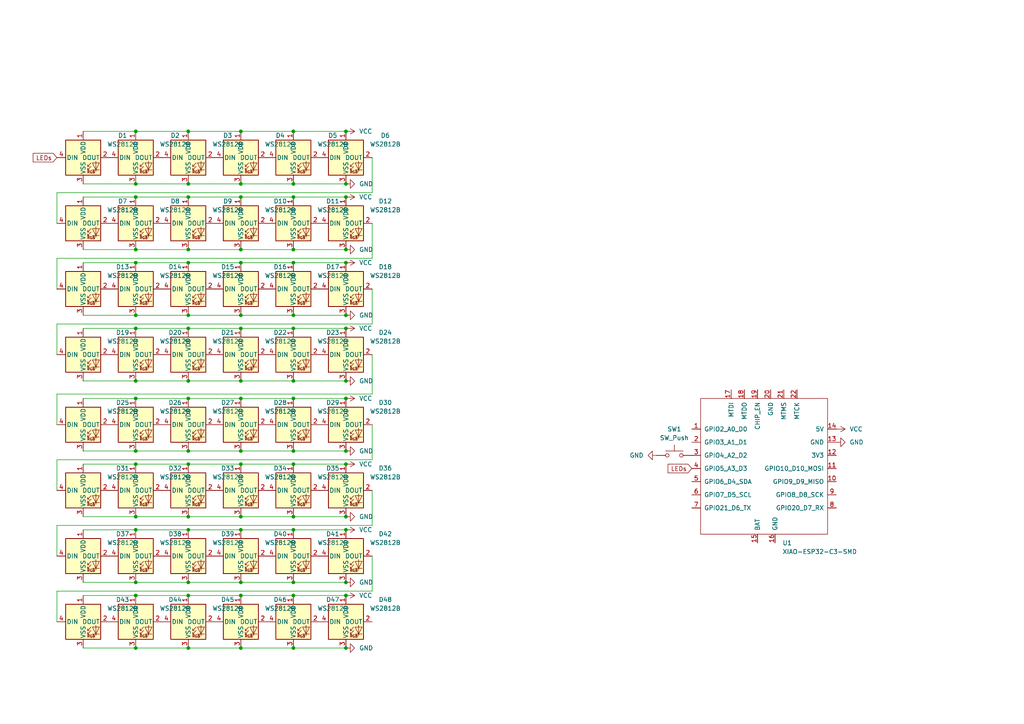
<source format=kicad_sch>
(kicad_sch (version 20241004) (generator "eeschema") (generator_version "8.99")
  (paper "A4")
  (lib_symbols
    (symbol "LED:WS2812B" (pin_names (offset 0.254))
      (property "Reference" "D" (at 5.08 5.715 0))
      (property "Value" "WS2812B" (at 1.27 -5.715 0))
      (symbol "WS2812B_0_0"
        (text "RGB" (at 2.286 -4.191 0) (effects (font (size 0.762 0.762))))
      )
      (symbol "WS2812B_0_1"
        (polyline (pts (xy 1.27 -2.54) (xy 1.778 -2.54)))
        (polyline (pts (xy 1.27 -3.556) (xy 1.778 -3.556)))
        (polyline (pts (xy 2.286 -1.524) (xy 1.27 -2.54) (xy 1.27 -2.032)))
        (polyline (pts (xy 2.286 -2.54) (xy 1.27 -3.556) (xy 1.27 -3.048)))
        (polyline (pts (xy 3.683 -1.016) (xy 3.683 -3.556) (xy 3.683 -4.064)))
        (polyline (pts (xy 4.699 -1.524) (xy 2.667 -1.524) (xy 3.683 -3.556) (xy 4.699 -1.524)))
        (polyline (pts (xy 4.699 -3.556) (xy 2.667 -3.556)))
        (rectangle (start 5.08 5.08) (end -5.08 -5.08) (stroke (width 0.254)) (fill (type background)))
      )
      (symbol "WS2812B_1_1"
        (pin input line (at -7.62 0 0) (length 2.54) (name "DIN") (number "4"))
        (pin power_in line (at 0 7.62 270) (length 2.54) (name "VDD") (number "1"))
        (pin power_in line (at 0 -7.62 90) (length 2.54) (name "VSS") (number "3"))
        (pin output line (at 7.62 0 180) (length 2.54) (name "DOUT") (number "2"))
      )
    )
    (symbol "Seeed_Studio_XIAO_Series:XIAO-ESP32-C3-SMD" (pin_names (offset 1.016))
      (property "Reference" "U" (at -18.542 23.114 0))
      (property "Value" "XIAO-ESP32-C3-SMD" (at -8.382 21.336 0))
      (symbol "XIAO-ESP32-C3-SMD_0_1"
        (rectangle (start -19.05 20.32) (end 17.78 -19.05))
      )
      (symbol "XIAO-ESP32-C3-SMD_1_1"
        (pin passive line (at -21.59 11.43 0) (length 2.54) (name "GPIO2_A0_D0") (number "1"))
        (pin passive line (at -21.59 7.62 0) (length 2.54) (name "GPIO3_A1_D1") (number "2"))
        (pin passive line (at -21.59 3.81 0) (length 2.54) (name "GPIO4_A2_D2") (number "3"))
        (pin passive line (at -21.59 0 0) (length 2.54) (name "GPIO5_A3_D3") (number "4"))
        (pin passive line (at -21.59 -3.81 0) (length 2.54) (name "GPIO6_D4_SDA") (number "5"))
        (pin passive line (at -21.59 -7.62 0) (length 2.54) (name "GPIO7_D5_SCL") (number "6"))
        (pin passive line (at -21.59 -11.43 0) (length 2.54) (name "GPIO21_D6_TX") (number "7"))
        (pin passive line (at -10.16 22.86 270) (length 2.54) (name "MTDI") (number "17"))
        (pin passive line (at -6.35 22.86 270) (length 2.54) (name "MTDO") (number "18"))
        (pin passive line (at -2.54 22.86 270) (length 2.54) (name "CHIP_EN") (number "19"))
        (pin passive line (at -2.54 -21.59 90) (length 2.54) (name "BAT") (number "15"))
        (pin passive line (at 1.27 22.86 270) (length 2.54) (name "GND") (number "20"))
        (pin passive line (at 2.54 -21.59 90) (length 2.54) (name "GND") (number "16"))
        (pin passive line (at 5.08 22.86 270) (length 2.54) (name "MTMS") (number "21"))
        (pin passive line (at 8.89 22.86 270) (length 2.54) (name "MTCK") (number "22"))
        (pin passive line (at 20.32 11.43 180) (length 2.54) (name "5V") (number "14"))
        (pin passive line (at 20.32 7.62 180) (length 2.54) (name "GND") (number "13"))
        (pin passive line (at 20.32 3.81 180) (length 2.54) (name "3V3") (number "12"))
        (pin passive line (at 20.32 0 180) (length 2.54) (name "GPIO10_D10_MOSI") (number "11"))
        (pin passive line (at 20.32 -3.81 180) (length 2.54) (name "GPIO9_D9_MISO") (number "10"))
        (pin passive line (at 20.32 -7.62 180) (length 2.54) (name "GPIO8_D8_SCK") (number "9"))
        (pin passive line (at 20.32 -11.43 180) (length 2.54) (name "GPIO20_D7_RX") (number "8"))
      )
    )
    (symbol "Switch:SW_Push" (pin_numbers (hide yes)) (pin_names (offset 1.016) (hide yes))
      (property "Reference" "SW" (at 1.27 2.54 0))
      (property "Value" "SW_Push" (at 0 -1.524 0))
      (symbol "SW_Push_0_1"
        (circle (center -2.032 0) (radius 0.508))
        (polyline (pts (xy 0 1.27) (xy 0 3.048)))
        (circle (center 2.032 0) (radius 0.508))
        (polyline (pts (xy 2.54 1.27) (xy -2.54 1.27)))
        (pin passive line (at -5.08 0 0) (length 2.54) (name "1") (number "1"))
        (pin passive line (at 5.08 0 180) (length 2.54) (name "2") (number "2"))
      )
    )
    (symbol "power:GND" (power) (pin_numbers (hide yes)) (pin_names (offset 0) (hide yes))
      (property "Value" "GND" (at 0 -3.81 0))
      (symbol "GND_0_1"
        (polyline (pts (xy 0 0) (xy 0 -1.27) (xy 1.27 -1.27) (xy 0 -2.54) (xy -1.27 -1.27) (xy 0 -1.27)))
      )
      (symbol "GND_1_1"
        (pin power_in line (at 0 0 270) (length 0) (name "~") (number "1"))
      )
    )
    (symbol "power:VCC" (power) (pin_numbers (hide yes)) (pin_names (offset 0) (hide yes))
      (property "Value" "VCC" (at 0 3.556 0))
      (symbol "VCC_0_1"
        (polyline (pts (xy -0.762 1.27) (xy 0 2.54)))
        (polyline (pts (xy 0 2.54) (xy 0.762 1.27)))
        (polyline (pts (xy 0 0) (xy 0 2.54)))
      )
      (symbol "VCC_1_1"
        (pin power_in line (at 0 0 90) (length 0) (name "~") (number "1"))
      )
    )
  )
  (junction (at 54.61 53.34))
  (junction (at 100.33 187.96))
  (junction (at 85.09 172.72))
  (junction (at 85.09 95.25))
  (junction (at 85.09 187.96))
  (junction (at 39.37 38.1))
  (junction (at 39.37 153.67))
  (junction (at 69.85 153.67))
  (junction (at 100.33 115.57))
  (junction (at 39.37 168.91))
  (junction (at 39.37 172.72))
  (junction (at 54.61 38.1))
  (junction (at 85.09 149.86))
  (junction (at 100.33 53.34))
  (junction (at 39.37 57.15))
  (junction (at 69.85 187.96))
  (junction (at 69.85 149.86))
  (junction (at 69.85 95.25))
  (junction (at 100.33 168.91))
  (junction (at 54.61 153.67))
  (junction (at 39.37 76.2))
  (junction (at 54.61 72.39))
  (junction (at 85.09 130.81))
  (junction (at 39.37 130.81))
  (junction (at 39.37 95.25))
  (junction (at 100.33 134.62))
  (junction (at 85.09 38.1))
  (junction (at 85.09 53.34))
  (junction (at 39.37 115.57))
  (junction (at 100.33 110.49))
  (junction (at 39.37 91.44))
  (junction (at 54.61 168.91))
  (junction (at 69.85 134.62))
  (junction (at 69.85 172.72))
  (junction (at 54.61 110.49))
  (junction (at 54.61 187.96))
  (junction (at 54.61 76.2))
  (junction (at 85.09 115.57))
  (junction (at 100.33 95.25))
  (junction (at 54.61 134.62))
  (junction (at 39.37 53.34))
  (junction (at 100.33 149.86))
  (junction (at 85.09 134.62))
  (junction (at 85.09 110.49))
  (junction (at 69.85 130.81))
  (junction (at 85.09 168.91))
  (junction (at 85.09 76.2))
  (junction (at 39.37 72.39))
  (junction (at 69.85 57.15))
  (junction (at 100.33 172.72))
  (junction (at 100.33 38.1))
  (junction (at 69.85 76.2))
  (junction (at 69.85 110.49))
  (junction (at 85.09 57.15))
  (junction (at 54.61 130.81))
  (junction (at 85.09 91.44))
  (junction (at 39.37 149.86))
  (junction (at 54.61 172.72))
  (junction (at 100.33 130.81))
  (junction (at 69.85 72.39))
  (junction (at 54.61 115.57))
  (junction (at 100.33 57.15))
  (junction (at 39.37 134.62))
  (junction (at 69.85 91.44))
  (junction (at 100.33 91.44))
  (junction (at 39.37 187.96))
  (junction (at 69.85 115.57))
  (junction (at 39.37 110.49))
  (junction (at 85.09 72.39))
  (junction (at 69.85 38.1))
  (junction (at 54.61 95.25))
  (junction (at 100.33 76.2))
  (junction (at 100.33 153.67))
  (junction (at 100.33 72.39))
  (junction (at 54.61 57.15))
  (junction (at 54.61 149.86))
  (junction (at 85.09 153.67))
  (junction (at 54.61 91.44))
  (junction (at 69.85 53.34))
  (junction (at 69.85 168.91))
  (wire (pts (xy 39.37 53.34) (xy 54.61 53.34)))
  (wire (pts (xy 24.13 168.91) (xy 39.37 168.91)))
  (wire (pts (xy 107.95 83.82) (xy 107.95 93.98)))
  (wire (pts (xy 107.95 152.4) (xy 16.51 152.4)))
  (wire (pts (xy 24.13 153.67) (xy 39.37 153.67)))
  (wire (pts (xy 54.61 76.2) (xy 69.85 76.2)))
  (wire (pts (xy 107.95 114.3) (xy 16.51 114.3)))
  (wire (pts (xy 39.37 168.91) (xy 54.61 168.91)))
  (wire (pts (xy 107.95 74.93) (xy 16.51 74.93)))
  (wire (pts (xy 39.37 76.2) (xy 54.61 76.2)))
  (wire (pts (xy 107.95 45.72) (xy 107.95 55.88)))
  (wire (pts (xy 24.13 76.2) (xy 39.37 76.2)))
  (wire (pts (xy 54.61 57.15) (xy 69.85 57.15)))
  (wire (pts (xy 69.85 134.62) (xy 85.09 134.62)))
  (wire (pts (xy 24.13 91.44) (xy 39.37 91.44)))
  (wire (pts (xy 85.09 95.25) (xy 100.33 95.25)))
  (wire (pts (xy 69.85 57.15) (xy 85.09 57.15)))
  (wire (pts (xy 39.37 38.1) (xy 54.61 38.1)))
  (wire (pts (xy 69.85 95.25) (xy 85.09 95.25)))
  (wire (pts (xy 107.95 133.35) (xy 16.51 133.35)))
  (wire (pts (xy 69.85 172.72) (xy 85.09 172.72)))
  (wire (pts (xy 54.61 38.1) (xy 69.85 38.1)))
  (wire (pts (xy 16.51 152.4) (xy 16.51 161.29)))
  (wire (pts (xy 85.09 76.2) (xy 100.33 76.2)))
  (wire (pts (xy 85.09 72.39) (xy 100.33 72.39)))
  (wire (pts (xy 85.09 115.57) (xy 100.33 115.57)))
  (wire (pts (xy 85.09 168.91) (xy 100.33 168.91)))
  (wire (pts (xy 69.85 72.39) (xy 85.09 72.39)))
  (wire (pts (xy 24.13 95.25) (xy 39.37 95.25)))
  (wire (pts (xy 39.37 172.72) (xy 54.61 172.72)))
  (wire (pts (xy 24.13 130.81) (xy 39.37 130.81)))
  (wire (pts (xy 54.61 149.86) (xy 69.85 149.86)))
  (wire (pts (xy 39.37 115.57) (xy 54.61 115.57)))
  (wire (pts (xy 107.95 171.45) (xy 16.51 171.45)))
  (wire (pts (xy 85.09 149.86) (xy 100.33 149.86)))
  (wire (pts (xy 39.37 72.39) (xy 54.61 72.39)))
  (wire (pts (xy 24.13 149.86) (xy 39.37 149.86)))
  (wire (pts (xy 24.13 134.62) (xy 39.37 134.62)))
  (wire (pts (xy 39.37 134.62) (xy 54.61 134.62)))
  (wire (pts (xy 39.37 187.96) (xy 54.61 187.96)))
  (wire (pts (xy 54.61 53.34) (xy 69.85 53.34)))
  (wire (pts (xy 85.09 91.44) (xy 100.33 91.44)))
  (wire (pts (xy 39.37 57.15) (xy 54.61 57.15)))
  (wire (pts (xy 69.85 168.91) (xy 85.09 168.91)))
  (wire (pts (xy 16.51 133.35) (xy 16.51 142.24)))
  (wire (pts (xy 54.61 187.96) (xy 69.85 187.96)))
  (wire (pts (xy 54.61 95.25) (xy 69.85 95.25)))
  (wire (pts (xy 54.61 134.62) (xy 69.85 134.62)))
  (wire (pts (xy 69.85 110.49) (xy 85.09 110.49)))
  (wire (pts (xy 54.61 72.39) (xy 69.85 72.39)))
  (wire (pts (xy 85.09 57.15) (xy 100.33 57.15)))
  (wire (pts (xy 85.09 110.49) (xy 100.33 110.49)))
  (wire (pts (xy 54.61 130.81) (xy 69.85 130.81)))
  (wire (pts (xy 69.85 53.34) (xy 85.09 53.34)))
  (wire (pts (xy 69.85 149.86) (xy 85.09 149.86)))
  (wire (pts (xy 69.85 153.67) (xy 85.09 153.67)))
  (wire (pts (xy 54.61 153.67) (xy 69.85 153.67)))
  (wire (pts (xy 85.09 134.62) (xy 100.33 134.62)))
  (wire (pts (xy 39.37 91.44) (xy 54.61 91.44)))
  (wire (pts (xy 85.09 172.72) (xy 100.33 172.72)))
  (wire (pts (xy 85.09 53.34) (xy 100.33 53.34)))
  (wire (pts (xy 24.13 53.34) (xy 39.37 53.34)))
  (wire (pts (xy 69.85 76.2) (xy 85.09 76.2)))
  (wire (pts (xy 85.09 130.81) (xy 100.33 130.81)))
  (wire (pts (xy 107.95 93.98) (xy 16.51 93.98)))
  (wire (pts (xy 107.95 64.77) (xy 107.95 74.93)))
  (wire (pts (xy 54.61 168.91) (xy 69.85 168.91)))
  (wire (pts (xy 24.13 72.39) (xy 39.37 72.39)))
  (wire (pts (xy 39.37 149.86) (xy 54.61 149.86)))
  (wire (pts (xy 107.95 161.29) (xy 107.95 171.45)))
  (wire (pts (xy 39.37 95.25) (xy 54.61 95.25)))
  (wire (pts (xy 39.37 110.49) (xy 54.61 110.49)))
  (wire (pts (xy 107.95 123.19) (xy 107.95 133.35)))
  (wire (pts (xy 85.09 187.96) (xy 100.33 187.96)))
  (wire (pts (xy 69.85 38.1) (xy 85.09 38.1)))
  (wire (pts (xy 24.13 57.15) (xy 39.37 57.15)))
  (wire (pts (xy 16.51 171.45) (xy 16.51 180.34)))
  (wire (pts (xy 24.13 38.1) (xy 39.37 38.1)))
  (wire (pts (xy 69.85 130.81) (xy 85.09 130.81)))
  (wire (pts (xy 69.85 187.96) (xy 85.09 187.96)))
  (wire (pts (xy 107.95 142.24) (xy 107.95 152.4)))
  (wire (pts (xy 16.51 74.93) (xy 16.51 83.82)))
  (wire (pts (xy 54.61 115.57) (xy 69.85 115.57)))
  (wire (pts (xy 16.51 93.98) (xy 16.51 102.87)))
  (wire (pts (xy 69.85 115.57) (xy 85.09 115.57)))
  (wire (pts (xy 24.13 187.96) (xy 39.37 187.96)))
  (wire (pts (xy 69.85 91.44) (xy 85.09 91.44)))
  (wire (pts (xy 54.61 172.72) (xy 69.85 172.72)))
  (wire (pts (xy 85.09 38.1) (xy 100.33 38.1)))
  (wire (pts (xy 107.95 55.88) (xy 16.51 55.88)))
  (wire (pts (xy 24.13 110.49) (xy 39.37 110.49)))
  (wire (pts (xy 107.95 102.87) (xy 107.95 114.3)))
  (wire (pts (xy 85.09 153.67) (xy 100.33 153.67)))
  (wire (pts (xy 24.13 172.72) (xy 39.37 172.72)))
  (wire (pts (xy 54.61 110.49) (xy 69.85 110.49)))
  (wire (pts (xy 39.37 130.81) (xy 54.61 130.81)))
  (wire (pts (xy 24.13 115.57) (xy 39.37 115.57)))
  (wire (pts (xy 16.51 114.3) (xy 16.51 123.19)))
  (wire (pts (xy 54.61 91.44) (xy 69.85 91.44)))
  (wire (pts (xy 39.37 153.67) (xy 54.61 153.67)))
  (wire (pts (xy 16.51 55.88) (xy 16.51 64.77)))
  (global_label "LEDs" (shape input) (at 200.66 135.89 180) (property "Intersheetrefs" "${INTERSHEET_REFS}" (effects (hide yes))))
  (global_label "LEDs" (shape input) (at 16.51 45.72 180) (property "Intersheetrefs" "${INTERSHEET_REFS}" (effects (hide yes))))
  (symbol (lib_id "power:VCC") (at 100.33 38.1 270) (unit 1)
    (property "Reference" "#PWR02" (effects (hide yes)))
    (property "Value" "VCC" (at 104.14 38.0999 90) (effects (justify left)))
    (property "Description" "Power symbol creates a global label with name \"VCC\"" (effects (hide yes)))
  )
  (symbol (lib_id "LED:WS2812B") (at 54.61 123.19 0) (unit 1)
    (property "Reference" "D27" (at 66.04 116.7698 0))
    (property "Value" "WS2812B" (at 66.04 119.3098 0))
    (property "Footprint" "LED_SMD:LED_WS2812B_PLCC4_5.0x5.0mm_P3.2mm" (effects (hide yes)))
    (property "Datasheet" "https://cdn-shop.adafruit.com/datasheets/WS2812B.pdf" (effects (hide yes)))
    (property "Description" "RGB LED with integrated controller" (effects (hide yes)))
  )
  (symbol (lib_id "LED:WS2812B") (at 85.09 142.24 0) (unit 1)
    (property "Reference" "D35" (at 96.52 135.8198 0))
    (property "Value" "WS2812B" (at 96.52 138.3598 0))
    (property "Footprint" "LED_SMD:LED_WS2812B_PLCC4_5.0x5.0mm_P3.2mm" (effects (hide yes)))
    (property "Datasheet" "https://cdn-shop.adafruit.com/datasheets/WS2812B.pdf" (effects (hide yes)))
    (property "Description" "RGB LED with integrated controller" (effects (hide yes)))
  )
  (symbol (lib_id "power:GND") (at 100.33 110.49 90) (unit 1)
    (property "Reference" "#PWR010" (effects (hide yes)))
    (property "Value" "GND" (at 104.14 110.4899 90) (effects (justify right)))
    (property "Description" "Power symbol creates a global label with name \"GND\" , ground" (effects (hide yes)))
  )
  (symbol (lib_id "power:VCC") (at 100.33 95.25 270) (unit 1)
    (property "Reference" "#PWR09" (effects (hide yes)))
    (property "Value" "VCC" (at 104.14 95.2499 90) (effects (justify left)))
    (property "Description" "Power symbol creates a global label with name \"VCC\"" (effects (hide yes)))
  )
  (symbol (lib_id "LED:WS2812B") (at 24.13 142.24 0) (unit 1)
    (property "Reference" "D31" (at 35.56 135.8198 0))
    (property "Value" "WS2812B" (at 35.56 138.3598 0))
    (property "Footprint" "LED_SMD:LED_WS2812B_PLCC4_5.0x5.0mm_P3.2mm" (effects (hide yes)))
    (property "Datasheet" "https://cdn-shop.adafruit.com/datasheets/WS2812B.pdf" (effects (hide yes)))
    (property "Description" "RGB LED with integrated controller" (effects (hide yes)))
  )
  (symbol (lib_id "LED:WS2812B") (at 85.09 83.82 0) (unit 1)
    (property "Reference" "D17" (at 96.52 77.3998 0))
    (property "Value" "WS2812B" (at 96.52 79.9398 0))
    (property "Footprint" "LED_SMD:LED_WS2812B_PLCC4_5.0x5.0mm_P3.2mm" (effects (hide yes)))
    (property "Datasheet" "https://cdn-shop.adafruit.com/datasheets/WS2812B.pdf" (effects (hide yes)))
    (property "Description" "RGB LED with integrated controller" (effects (hide yes)))
  )
  (symbol (lib_id "power:VCC") (at 100.33 76.2 270) (unit 1)
    (property "Reference" "#PWR07" (effects (hide yes)))
    (property "Value" "VCC" (at 104.14 76.1999 90) (effects (justify left)))
    (property "Description" "Power symbol creates a global label with name \"VCC\"" (effects (hide yes)))
  )
  (symbol (lib_id "LED:WS2812B") (at 100.33 102.87 0) (unit 1)
    (property "Reference" "D24" (at 111.76 96.4498 0))
    (property "Value" "WS2812B" (at 111.76 98.9898 0))
    (property "Footprint" "LED_SMD:LED_WS2812B_PLCC4_5.0x5.0mm_P3.2mm" (effects (hide yes)))
    (property "Datasheet" "https://cdn-shop.adafruit.com/datasheets/WS2812B.pdf" (effects (hide yes)))
    (property "Description" "RGB LED with integrated controller" (effects (hide yes)))
  )
  (symbol (lib_id "LED:WS2812B") (at 39.37 180.34 0) (unit 1)
    (property "Reference" "D44" (at 50.8 173.9198 0))
    (property "Value" "WS2812B" (at 50.8 176.4598 0))
    (property "Footprint" "LED_SMD:LED_WS2812B_PLCC4_5.0x5.0mm_P3.2mm" (effects (hide yes)))
    (property "Datasheet" "https://cdn-shop.adafruit.com/datasheets/WS2812B.pdf" (effects (hide yes)))
    (property "Description" "RGB LED with integrated controller" (effects (hide yes)))
  )
  (symbol (lib_id "LED:WS2812B") (at 24.13 102.87 0) (unit 1)
    (property "Reference" "D19" (at 35.56 96.4498 0))
    (property "Value" "WS2812B" (at 35.56 98.9898 0))
    (property "Footprint" "LED_SMD:LED_WS2812B_PLCC4_5.0x5.0mm_P3.2mm" (effects (hide yes)))
    (property "Datasheet" "https://cdn-shop.adafruit.com/datasheets/WS2812B.pdf" (effects (hide yes)))
    (property "Description" "RGB LED with integrated controller" (effects (hide yes)))
  )
  (symbol (lib_id "LED:WS2812B") (at 39.37 83.82 0) (unit 1)
    (property "Reference" "D14" (at 50.8 77.3998 0))
    (property "Value" "WS2812B" (at 50.8 79.9398 0))
    (property "Footprint" "LED_SMD:LED_WS2812B_PLCC4_5.0x5.0mm_P3.2mm" (effects (hide yes)))
    (property "Datasheet" "https://cdn-shop.adafruit.com/datasheets/WS2812B.pdf" (effects (hide yes)))
    (property "Description" "RGB LED with integrated controller" (effects (hide yes)))
  )
  (symbol (lib_id "LED:WS2812B") (at 100.33 64.77 0) (unit 1)
    (property "Reference" "D12" (at 111.76 58.3498 0))
    (property "Value" "WS2812B" (at 111.76 60.8898 0))
    (property "Footprint" "LED_SMD:LED_WS2812B_PLCC4_5.0x5.0mm_P3.2mm" (effects (hide yes)))
    (property "Datasheet" "https://cdn-shop.adafruit.com/datasheets/WS2812B.pdf" (effects (hide yes)))
    (property "Description" "RGB LED with integrated controller" (effects (hide yes)))
  )
  (symbol (lib_id "power:GND") (at 100.33 53.34 90) (unit 1)
    (property "Reference" "#PWR01" (effects (hide yes)))
    (property "Value" "GND" (at 104.14 53.3399 90) (effects (justify right)))
    (property "Description" "Power symbol creates a global label with name \"GND\" , ground" (effects (hide yes)))
  )
  (symbol (lib_id "LED:WS2812B") (at 24.13 123.19 0) (unit 1)
    (property "Reference" "D25" (at 35.56 116.7698 0))
    (property "Value" "WS2812B" (at 35.56 119.3098 0))
    (property "Footprint" "LED_SMD:LED_WS2812B_PLCC4_5.0x5.0mm_P3.2mm" (effects (hide yes)))
    (property "Datasheet" "https://cdn-shop.adafruit.com/datasheets/WS2812B.pdf" (effects (hide yes)))
    (property "Description" "RGB LED with integrated controller" (effects (hide yes)))
  )
  (symbol (lib_id "Seeed_Studio_XIAO_Series:XIAO-ESP32-C3-SMD") (at 222.25 135.89 0) (unit 1)
    (property "Reference" "U1" (at 226.9333 157.48 0) (effects (justify left)))
    (property "Value" "XIAO-ESP32-C3-SMD" (at 226.9333 160.02 0) (effects (justify left)))
    (property "Footprint" "USBC:XIAO-ESP32S3-SMD" (effects (hide yes)))
  )
  (symbol (lib_id "Switch:SW_Push") (at 195.58 132.08 0) (unit 1)
    (property "Reference" "SW1" (at 195.58 124.46 0))
    (property "Value" "SW_Push" (at 195.58 127 0))
    (property "Footprint" "Button_Switch_THT:SW_PUSH_6mm" (effects (hide yes)))
    (property "Description" "Push button switch, generic, two pins" (effects (hide yes)))
  )
  (symbol (lib_id "LED:WS2812B") (at 39.37 161.29 0) (unit 1)
    (property "Reference" "D38" (at 50.8 154.8698 0))
    (property "Value" "WS2812B" (at 50.8 157.4098 0))
    (property "Footprint" "LED_SMD:LED_WS2812B_PLCC4_5.0x5.0mm_P3.2mm" (effects (hide yes)))
    (property "Datasheet" "https://cdn-shop.adafruit.com/datasheets/WS2812B.pdf" (effects (hide yes)))
    (property "Description" "RGB LED with integrated controller" (effects (hide yes)))
  )
  (symbol (lib_id "LED:WS2812B") (at 39.37 123.19 0) (unit 1)
    (property "Reference" "D26" (at 50.8 116.7698 0))
    (property "Value" "WS2812B" (at 50.8 119.3098 0))
    (property "Footprint" "LED_SMD:LED_WS2812B_PLCC4_5.0x5.0mm_P3.2mm" (effects (hide yes)))
    (property "Datasheet" "https://cdn-shop.adafruit.com/datasheets/WS2812B.pdf" (effects (hide yes)))
    (property "Description" "RGB LED with integrated controller" (effects (hide yes)))
  )
  (symbol (lib_id "LED:WS2812B") (at 100.33 45.72 0) (unit 1)
    (property "Reference" "D6" (at 111.76 39.2998 0))
    (property "Value" "WS2812B" (at 111.76 41.8398 0))
    (property "Footprint" "LED_SMD:LED_WS2812B_PLCC4_5.0x5.0mm_P3.2mm" (effects (hide yes)))
    (property "Datasheet" "https://cdn-shop.adafruit.com/datasheets/WS2812B.pdf" (effects (hide yes)))
    (property "Description" "RGB LED with integrated controller" (effects (hide yes)))
  )
  (symbol (lib_id "LED:WS2812B") (at 54.61 102.87 0) (unit 1)
    (property "Reference" "D21" (at 66.04 96.4498 0))
    (property "Value" "WS2812B" (at 66.04 98.9898 0))
    (property "Footprint" "LED_SMD:LED_WS2812B_PLCC4_5.0x5.0mm_P3.2mm" (effects (hide yes)))
    (property "Datasheet" "https://cdn-shop.adafruit.com/datasheets/WS2812B.pdf" (effects (hide yes)))
    (property "Description" "RGB LED with integrated controller" (effects (hide yes)))
  )
  (symbol (lib_id "power:GND") (at 100.33 149.86 90) (unit 1)
    (property "Reference" "#PWR014" (effects (hide yes)))
    (property "Value" "GND" (at 104.14 149.8599 90) (effects (justify right)))
    (property "Description" "Power symbol creates a global label with name \"GND\" , ground" (effects (hide yes)))
  )
  (symbol (lib_id "LED:WS2812B") (at 24.13 45.72 0) (unit 1)
    (property "Reference" "D1" (at 35.56 39.2998 0))
    (property "Value" "WS2812B" (at 35.56 41.8398 0))
    (property "Footprint" "LED_SMD:LED_WS2812B_PLCC4_5.0x5.0mm_P3.2mm" (effects (hide yes)))
    (property "Datasheet" "https://cdn-shop.adafruit.com/datasheets/WS2812B.pdf" (effects (hide yes)))
    (property "Description" "RGB LED with integrated controller" (effects (hide yes)))
  )
  (symbol (lib_id "LED:WS2812B") (at 69.85 83.82 0) (unit 1)
    (property "Reference" "D16" (at 81.28 77.3998 0))
    (property "Value" "WS2812B" (at 81.28 79.9398 0))
    (property "Footprint" "LED_SMD:LED_WS2812B_PLCC4_5.0x5.0mm_P3.2mm" (effects (hide yes)))
    (property "Datasheet" "https://cdn-shop.adafruit.com/datasheets/WS2812B.pdf" (effects (hide yes)))
    (property "Description" "RGB LED with integrated controller" (effects (hide yes)))
  )
  (symbol (lib_id "power:GND") (at 100.33 72.39 90) (unit 1)
    (property "Reference" "#PWR04" (effects (hide yes)))
    (property "Value" "GND" (at 104.14 72.3899 90) (effects (justify right)))
    (property "Description" "Power symbol creates a global label with name \"GND\" , ground" (effects (hide yes)))
  )
  (symbol (lib_id "power:VCC") (at 100.33 57.15 270) (unit 1)
    (property "Reference" "#PWR03" (effects (hide yes)))
    (property "Value" "VCC" (at 104.14 57.1499 90) (effects (justify left)))
    (property "Description" "Power symbol creates a global label with name \"VCC\"" (effects (hide yes)))
  )
  (symbol (lib_id "power:GND") (at 100.33 91.44 90) (unit 1)
    (property "Reference" "#PWR08" (effects (hide yes)))
    (property "Value" "GND" (at 104.14 91.4399 90) (effects (justify right)))
    (property "Description" "Power symbol creates a global label with name \"GND\" , ground" (effects (hide yes)))
  )
  (symbol (lib_id "LED:WS2812B") (at 54.61 180.34 0) (unit 1)
    (property "Reference" "D45" (at 66.04 173.9198 0))
    (property "Value" "WS2812B" (at 66.04 176.4598 0))
    (property "Footprint" "LED_SMD:LED_WS2812B_PLCC4_5.0x5.0mm_P3.2mm" (effects (hide yes)))
    (property "Datasheet" "https://cdn-shop.adafruit.com/datasheets/WS2812B.pdf" (effects (hide yes)))
    (property "Description" "RGB LED with integrated controller" (effects (hide yes)))
  )
  (symbol (lib_id "LED:WS2812B") (at 24.13 64.77 0) (unit 1)
    (property "Reference" "D7" (at 35.56 58.3498 0))
    (property "Value" "WS2812B" (at 35.56 60.8898 0))
    (property "Footprint" "LED_SMD:LED_WS2812B_PLCC4_5.0x5.0mm_P3.2mm" (effects (hide yes)))
    (property "Datasheet" "https://cdn-shop.adafruit.com/datasheets/WS2812B.pdf" (effects (hide yes)))
    (property "Description" "RGB LED with integrated controller" (effects (hide yes)))
  )
  (symbol (lib_id "power:VCC") (at 100.33 115.57 270) (unit 1)
    (property "Reference" "#PWR011" (effects (hide yes)))
    (property "Value" "VCC" (at 104.14 115.5699 90) (effects (justify left)))
    (property "Description" "Power symbol creates a global label with name \"VCC\"" (effects (hide yes)))
  )
  (symbol (lib_id "LED:WS2812B") (at 85.09 102.87 0) (unit 1)
    (property "Reference" "D23" (at 96.52 96.4498 0))
    (property "Value" "WS2812B" (at 96.52 98.9898 0))
    (property "Footprint" "LED_SMD:LED_WS2812B_PLCC4_5.0x5.0mm_P3.2mm" (effects (hide yes)))
    (property "Datasheet" "https://cdn-shop.adafruit.com/datasheets/WS2812B.pdf" (effects (hide yes)))
    (property "Description" "RGB LED with integrated controller" (effects (hide yes)))
  )
  (symbol (lib_id "LED:WS2812B") (at 24.13 161.29 0) (unit 1)
    (property "Reference" "D37" (at 35.56 154.8698 0))
    (property "Value" "WS2812B" (at 35.56 157.4098 0))
    (property "Footprint" "LED_SMD:LED_WS2812B_PLCC4_5.0x5.0mm_P3.2mm" (effects (hide yes)))
    (property "Datasheet" "https://cdn-shop.adafruit.com/datasheets/WS2812B.pdf" (effects (hide yes)))
    (property "Description" "RGB LED with integrated controller" (effects (hide yes)))
  )
  (symbol (lib_id "LED:WS2812B") (at 69.85 161.29 0) (unit 1)
    (property "Reference" "D40" (at 81.28 154.8698 0))
    (property "Value" "WS2812B" (at 81.28 157.4098 0))
    (property "Footprint" "LED_SMD:LED_WS2812B_PLCC4_5.0x5.0mm_P3.2mm" (effects (hide yes)))
    (property "Datasheet" "https://cdn-shop.adafruit.com/datasheets/WS2812B.pdf" (effects (hide yes)))
    (property "Description" "RGB LED with integrated controller" (effects (hide yes)))
  )
  (symbol (lib_id "power:GND") (at 100.33 130.81 90) (unit 1)
    (property "Reference" "#PWR012" (effects (hide yes)))
    (property "Value" "GND" (at 104.14 130.8099 90) (effects (justify right)))
    (property "Description" "Power symbol creates a global label with name \"GND\" , ground" (effects (hide yes)))
  )
  (symbol (lib_id "LED:WS2812B") (at 85.09 64.77 0) (unit 1)
    (property "Reference" "D11" (at 96.52 58.3498 0))
    (property "Value" "WS2812B" (at 96.52 60.8898 0))
    (property "Footprint" "LED_SMD:LED_WS2812B_PLCC4_5.0x5.0mm_P3.2mm" (effects (hide yes)))
    (property "Datasheet" "https://cdn-shop.adafruit.com/datasheets/WS2812B.pdf" (effects (hide yes)))
    (property "Description" "RGB LED with integrated controller" (effects (hide yes)))
  )
  (symbol (lib_id "LED:WS2812B") (at 39.37 102.87 0) (unit 1)
    (property "Reference" "D20" (at 50.8 96.4498 0))
    (property "Value" "WS2812B" (at 50.8 98.9898 0))
    (property "Footprint" "LED_SMD:LED_WS2812B_PLCC4_5.0x5.0mm_P3.2mm" (effects (hide yes)))
    (property "Datasheet" "https://cdn-shop.adafruit.com/datasheets/WS2812B.pdf" (effects (hide yes)))
    (property "Description" "RGB LED with integrated controller" (effects (hide yes)))
  )
  (symbol (lib_id "power:VCC") (at 100.33 172.72 270) (unit 1)
    (property "Reference" "#PWR017" (effects (hide yes)))
    (property "Value" "VCC" (at 104.14 172.7199 90) (effects (justify left)))
    (property "Description" "Power symbol creates a global label with name \"VCC\"" (effects (hide yes)))
  )
  (symbol (lib_id "LED:WS2812B") (at 69.85 45.72 0) (unit 1)
    (property "Reference" "D4" (at 81.28 39.2998 0))
    (property "Value" "WS2812B" (at 81.28 41.8398 0))
    (property "Footprint" "LED_SMD:LED_WS2812B_PLCC4_5.0x5.0mm_P3.2mm" (effects (hide yes)))
    (property "Datasheet" "https://cdn-shop.adafruit.com/datasheets/WS2812B.pdf" (effects (hide yes)))
    (property "Description" "RGB LED with integrated controller" (effects (hide yes)))
  )
  (symbol (lib_id "LED:WS2812B") (at 54.61 142.24 0) (unit 1)
    (property "Reference" "D33" (at 66.04 135.8198 0))
    (property "Value" "WS2812B" (at 66.04 138.3598 0))
    (property "Footprint" "LED_SMD:LED_WS2812B_PLCC4_5.0x5.0mm_P3.2mm" (effects (hide yes)))
    (property "Datasheet" "https://cdn-shop.adafruit.com/datasheets/WS2812B.pdf" (effects (hide yes)))
    (property "Description" "RGB LED with integrated controller" (effects (hide yes)))
  )
  (symbol (lib_id "LED:WS2812B") (at 39.37 64.77 0) (unit 1)
    (property "Reference" "D8" (at 50.8 58.3498 0))
    (property "Value" "WS2812B" (at 50.8 60.8898 0))
    (property "Footprint" "LED_SMD:LED_WS2812B_PLCC4_5.0x5.0mm_P3.2mm" (effects (hide yes)))
    (property "Datasheet" "https://cdn-shop.adafruit.com/datasheets/WS2812B.pdf" (effects (hide yes)))
    (property "Description" "RGB LED with integrated controller" (effects (hide yes)))
  )
  (symbol (lib_id "LED:WS2812B") (at 100.33 180.34 0) (unit 1)
    (property "Reference" "D48" (at 111.76 173.9198 0))
    (property "Value" "WS2812B" (at 111.76 176.4598 0))
    (property "Footprint" "LED_SMD:LED_WS2812B_PLCC4_5.0x5.0mm_P3.2mm" (effects (hide yes)))
    (property "Datasheet" "https://cdn-shop.adafruit.com/datasheets/WS2812B.pdf" (effects (hide yes)))
    (property "Description" "RGB LED with integrated controller" (effects (hide yes)))
  )
  (symbol (lib_id "LED:WS2812B") (at 100.33 123.19 0) (unit 1)
    (property "Reference" "D30" (at 111.76 116.7698 0))
    (property "Value" "WS2812B" (at 111.76 119.3098 0))
    (property "Footprint" "LED_SMD:LED_WS2812B_PLCC4_5.0x5.0mm_P3.2mm" (effects (hide yes)))
    (property "Datasheet" "https://cdn-shop.adafruit.com/datasheets/WS2812B.pdf" (effects (hide yes)))
    (property "Description" "RGB LED with integrated controller" (effects (hide yes)))
  )
  (symbol (lib_id "LED:WS2812B") (at 100.33 83.82 0) (unit 1)
    (property "Reference" "D18" (at 111.76 77.3998 0))
    (property "Value" "WS2812B" (at 111.76 79.9398 0))
    (property "Footprint" "LED_SMD:LED_WS2812B_PLCC4_5.0x5.0mm_P3.2mm" (effects (hide yes)))
    (property "Datasheet" "https://cdn-shop.adafruit.com/datasheets/WS2812B.pdf" (effects (hide yes)))
    (property "Description" "RGB LED with integrated controller" (effects (hide yes)))
  )
  (symbol (lib_id "LED:WS2812B") (at 54.61 83.82 0) (unit 1)
    (property "Reference" "D15" (at 66.04 77.3998 0))
    (property "Value" "WS2812B" (at 66.04 79.9398 0))
    (property "Footprint" "LED_SMD:LED_WS2812B_PLCC4_5.0x5.0mm_P3.2mm" (effects (hide yes)))
    (property "Datasheet" "https://cdn-shop.adafruit.com/datasheets/WS2812B.pdf" (effects (hide yes)))
    (property "Description" "RGB LED with integrated controller" (effects (hide yes)))
  )
  (symbol (lib_id "LED:WS2812B") (at 39.37 45.72 0) (unit 1)
    (property "Reference" "D2" (at 50.8 39.2998 0))
    (property "Value" "WS2812B" (at 50.8 41.8398 0))
    (property "Footprint" "LED_SMD:LED_WS2812B_PLCC4_5.0x5.0mm_P3.2mm" (effects (hide yes)))
    (property "Datasheet" "https://cdn-shop.adafruit.com/datasheets/WS2812B.pdf" (effects (hide yes)))
    (property "Description" "RGB LED with integrated controller" (effects (hide yes)))
  )
  (symbol (lib_id "LED:WS2812B") (at 100.33 161.29 0) (unit 1)
    (property "Reference" "D42" (at 111.76 154.8698 0))
    (property "Value" "WS2812B" (at 111.76 157.4098 0))
    (property "Footprint" "LED_SMD:LED_WS2812B_PLCC4_5.0x5.0mm_P3.2mm" (effects (hide yes)))
    (property "Datasheet" "https://cdn-shop.adafruit.com/datasheets/WS2812B.pdf" (effects (hide yes)))
    (property "Description" "RGB LED with integrated controller" (effects (hide yes)))
  )
  (symbol (lib_id "LED:WS2812B") (at 24.13 83.82 0) (unit 1)
    (property "Reference" "D13" (at 35.56 77.3998 0))
    (property "Value" "WS2812B" (at 35.56 79.9398 0))
    (property "Footprint" "LED_SMD:LED_WS2812B_PLCC4_5.0x5.0mm_P3.2mm" (effects (hide yes)))
    (property "Datasheet" "https://cdn-shop.adafruit.com/datasheets/WS2812B.pdf" (effects (hide yes)))
    (property "Description" "RGB LED with integrated controller" (effects (hide yes)))
  )
  (symbol (lib_id "LED:WS2812B") (at 69.85 142.24 0) (unit 1)
    (property "Reference" "D34" (at 81.28 135.8198 0))
    (property "Value" "WS2812B" (at 81.28 138.3598 0))
    (property "Footprint" "LED_SMD:LED_WS2812B_PLCC4_5.0x5.0mm_P3.2mm" (effects (hide yes)))
    (property "Datasheet" "https://cdn-shop.adafruit.com/datasheets/WS2812B.pdf" (effects (hide yes)))
    (property "Description" "RGB LED with integrated controller" (effects (hide yes)))
  )
  (symbol (lib_id "power:GND") (at 242.57 128.27 90) (unit 1)
    (property "Reference" "#PWR06" (effects (hide yes)))
    (property "Value" "GND" (at 246.38 128.2699 90) (effects (justify right)))
    (property "Description" "Power symbol creates a global label with name \"GND\" , ground" (effects (hide yes)))
  )
  (symbol (lib_id "power:VCC") (at 100.33 153.67 270) (unit 1)
    (property "Reference" "#PWR015" (effects (hide yes)))
    (property "Value" "VCC" (at 104.14 153.6699 90) (effects (justify left)))
    (property "Description" "Power symbol creates a global label with name \"VCC\"" (effects (hide yes)))
  )
  (symbol (lib_id "LED:WS2812B") (at 54.61 45.72 0) (unit 1)
    (property "Reference" "D3" (at 66.04 39.2998 0))
    (property "Value" "WS2812B" (at 66.04 41.8398 0))
    (property "Footprint" "LED_SMD:LED_WS2812B_PLCC4_5.0x5.0mm_P3.2mm" (effects (hide yes)))
    (property "Datasheet" "https://cdn-shop.adafruit.com/datasheets/WS2812B.pdf" (effects (hide yes)))
    (property "Description" "RGB LED with integrated controller" (effects (hide yes)))
  )
  (symbol (lib_id "power:GND") (at 100.33 168.91 90) (unit 1)
    (property "Reference" "#PWR016" (effects (hide yes)))
    (property "Value" "GND" (at 104.14 168.9099 90) (effects (justify right)))
    (property "Description" "Power symbol creates a global label with name \"GND\" , ground" (effects (hide yes)))
  )
  (symbol (lib_id "LED:WS2812B") (at 69.85 64.77 0) (unit 1)
    (property "Reference" "D10" (at 81.28 58.3498 0))
    (property "Value" "WS2812B" (at 81.28 60.8898 0))
    (property "Footprint" "LED_SMD:LED_WS2812B_PLCC4_5.0x5.0mm_P3.2mm" (effects (hide yes)))
    (property "Datasheet" "https://cdn-shop.adafruit.com/datasheets/WS2812B.pdf" (effects (hide yes)))
    (property "Description" "RGB LED with integrated controller" (effects (hide yes)))
  )
  (symbol (lib_id "LED:WS2812B") (at 69.85 123.19 0) (unit 1)
    (property "Reference" "D28" (at 81.28 116.7698 0))
    (property "Value" "WS2812B" (at 81.28 119.3098 0))
    (property "Footprint" "LED_SMD:LED_WS2812B_PLCC4_5.0x5.0mm_P3.2mm" (effects (hide yes)))
    (property "Datasheet" "https://cdn-shop.adafruit.com/datasheets/WS2812B.pdf" (effects (hide yes)))
    (property "Description" "RGB LED with integrated controller" (effects (hide yes)))
  )
  (symbol (lib_id "LED:WS2812B") (at 100.33 142.24 0) (unit 1)
    (property "Reference" "D36" (at 111.76 135.8198 0))
    (property "Value" "WS2812B" (at 111.76 138.3598 0))
    (property "Footprint" "LED_SMD:LED_WS2812B_PLCC4_5.0x5.0mm_P3.2mm" (effects (hide yes)))
    (property "Datasheet" "https://cdn-shop.adafruit.com/datasheets/WS2812B.pdf" (effects (hide yes)))
    (property "Description" "RGB LED with integrated controller" (effects (hide yes)))
  )
  (symbol (lib_id "power:VCC") (at 242.57 124.46 270) (unit 1)
    (property "Reference" "#PWR05" (effects (hide yes)))
    (property "Value" "VCC" (at 246.38 124.4599 90) (effects (justify left)))
    (property "Description" "Power symbol creates a global label with name \"VCC\"" (effects (hide yes)))
  )
  (symbol (lib_id "LED:WS2812B") (at 85.09 180.34 0) (unit 1)
    (property "Reference" "D47" (at 96.52 173.9198 0))
    (property "Value" "WS2812B" (at 96.52 176.4598 0))
    (property "Footprint" "LED_SMD:LED_WS2812B_PLCC4_5.0x5.0mm_P3.2mm" (effects (hide yes)))
    (property "Datasheet" "https://cdn-shop.adafruit.com/datasheets/WS2812B.pdf" (effects (hide yes)))
    (property "Description" "RGB LED with integrated controller" (effects (hide yes)))
  )
  (symbol (lib_id "LED:WS2812B") (at 85.09 123.19 0) (unit 1)
    (property "Reference" "D29" (at 96.52 116.7698 0))
    (property "Value" "WS2812B" (at 96.52 119.3098 0))
    (property "Footprint" "LED_SMD:LED_WS2812B_PLCC4_5.0x5.0mm_P3.2mm" (effects (hide yes)))
    (property "Datasheet" "https://cdn-shop.adafruit.com/datasheets/WS2812B.pdf" (effects (hide yes)))
    (property "Description" "RGB LED with integrated controller" (effects (hide yes)))
  )
  (symbol (lib_id "LED:WS2812B") (at 39.37 142.24 0) (unit 1)
    (property "Reference" "D32" (at 50.8 135.8198 0))
    (property "Value" "WS2812B" (at 50.8 138.3598 0))
    (property "Footprint" "LED_SMD:LED_WS2812B_PLCC4_5.0x5.0mm_P3.2mm" (effects (hide yes)))
    (property "Datasheet" "https://cdn-shop.adafruit.com/datasheets/WS2812B.pdf" (effects (hide yes)))
    (property "Description" "RGB LED with integrated controller" (effects (hide yes)))
  )
  (symbol (lib_id "LED:WS2812B") (at 69.85 102.87 0) (unit 1)
    (property "Reference" "D22" (at 81.28 96.4498 0))
    (property "Value" "WS2812B" (at 81.28 98.9898 0))
    (property "Footprint" "LED_SMD:LED_WS2812B_PLCC4_5.0x5.0mm_P3.2mm" (effects (hide yes)))
    (property "Datasheet" "https://cdn-shop.adafruit.com/datasheets/WS2812B.pdf" (effects (hide yes)))
    (property "Description" "RGB LED with integrated controller" (effects (hide yes)))
  )
  (symbol (lib_id "LED:WS2812B") (at 85.09 45.72 0) (unit 1)
    (property "Reference" "D5" (at 96.52 39.2998 0))
    (property "Value" "WS2812B" (at 96.52 41.8398 0))
    (property "Footprint" "LED_SMD:LED_WS2812B_PLCC4_5.0x5.0mm_P3.2mm" (effects (hide yes)))
    (property "Datasheet" "https://cdn-shop.adafruit.com/datasheets/WS2812B.pdf" (effects (hide yes)))
    (property "Description" "RGB LED with integrated controller" (effects (hide yes)))
  )
  (symbol (lib_id "LED:WS2812B") (at 54.61 64.77 0) (unit 1)
    (property "Reference" "D9" (at 66.04 58.3498 0))
    (property "Value" "WS2812B" (at 66.04 60.8898 0))
    (property "Footprint" "LED_SMD:LED_WS2812B_PLCC4_5.0x5.0mm_P3.2mm" (effects (hide yes)))
    (property "Datasheet" "https://cdn-shop.adafruit.com/datasheets/WS2812B.pdf" (effects (hide yes)))
    (property "Description" "RGB LED with integrated controller" (effects (hide yes)))
  )
  (symbol (lib_id "power:GND") (at 100.33 187.96 90) (unit 1)
    (property "Reference" "#PWR018" (effects (hide yes)))
    (property "Value" "GND" (at 104.14 187.9599 90) (effects (justify right)))
    (property "Description" "Power symbol creates a global label with name \"GND\" , ground" (effects (hide yes)))
  )
  (symbol (lib_id "power:VCC") (at 100.33 134.62 270) (unit 1)
    (property "Reference" "#PWR013" (effects (hide yes)))
    (property "Value" "VCC" (at 104.14 134.6199 90) (effects (justify left)))
    (property "Description" "Power symbol creates a global label with name \"VCC\"" (effects (hide yes)))
  )
  (symbol (lib_id "power:GND") (at 190.5 132.08 270) (unit 1)
    (property "Reference" "#PWR019" (effects (hide yes)))
    (property "Value" "GND" (at 186.69 132.0799 90) (effects (justify right)))
    (property "Description" "Power symbol creates a global label with name \"GND\" , ground" (effects (hide yes)))
  )
  (symbol (lib_id "LED:WS2812B") (at 69.85 180.34 0) (unit 1)
    (property "Reference" "D46" (at 81.28 173.9198 0))
    (property "Value" "WS2812B" (at 81.28 176.4598 0))
    (property "Footprint" "LED_SMD:LED_WS2812B_PLCC4_5.0x5.0mm_P3.2mm" (effects (hide yes)))
    (property "Datasheet" "https://cdn-shop.adafruit.com/datasheets/WS2812B.pdf" (effects (hide yes)))
    (property "Description" "RGB LED with integrated controller" (effects (hide yes)))
  )
  (symbol (lib_id "LED:WS2812B") (at 24.13 180.34 0) (unit 1)
    (property "Reference" "D43" (at 35.56 173.9198 0))
    (property "Value" "WS2812B" (at 35.56 176.4598 0))
    (property "Footprint" "LED_SMD:LED_WS2812B_PLCC4_5.0x5.0mm_P3.2mm" (effects (hide yes)))
    (property "Datasheet" "https://cdn-shop.adafruit.com/datasheets/WS2812B.pdf" (effects (hide yes)))
    (property "Description" "RGB LED with integrated controller" (effects (hide yes)))
  )
  (symbol (lib_id "LED:WS2812B") (at 54.61 161.29 0) (unit 1)
    (property "Reference" "D39" (at 66.04 154.8698 0))
    (property "Value" "WS2812B" (at 66.04 157.4098 0))
    (property "Footprint" "LED_SMD:LED_WS2812B_PLCC4_5.0x5.0mm_P3.2mm" (effects (hide yes)))
    (property "Datasheet" "https://cdn-shop.adafruit.com/datasheets/WS2812B.pdf" (effects (hide yes)))
    (property "Description" "RGB LED with integrated controller" (effects (hide yes)))
  )
  (symbol (lib_id "LED:WS2812B") (at 85.09 161.29 0) (unit 1)
    (property "Reference" "D41" (at 96.52 154.8698 0))
    (property "Value" "WS2812B" (at 96.52 157.4098 0))
    (property "Footprint" "LED_SMD:LED_WS2812B_PLCC4_5.0x5.0mm_P3.2mm" (effects (hide yes)))
    (property "Datasheet" "https://cdn-shop.adafruit.com/datasheets/WS2812B.pdf" (effects (hide yes)))
    (property "Description" "RGB LED with integrated controller" (effects (hide yes)))
  )
)
</source>
